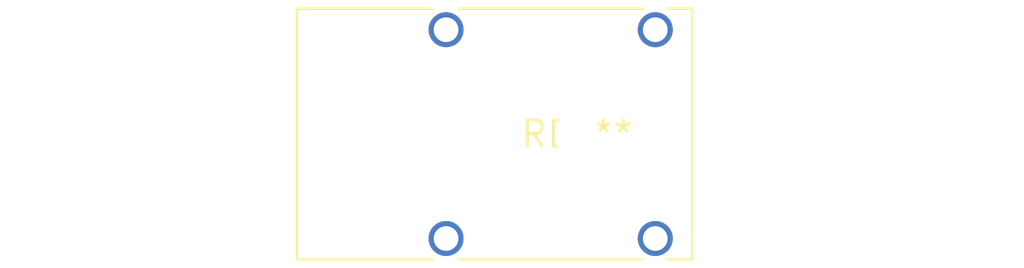
<source format=kicad_pcb>
(kicad_pcb (version 20240108) (generator pcbnew)
  (layers (0 "F.Cu" signal) (31 "B.Cu" signal) (34 "B.Paste" user) (35 "F.Paste" user) (36 "B.SilkS" user "B.Silkscreen") (37 "F.SilkS" user "F.Silkscreen") (38 "B.Mask" user) (39 "F.Mask" user) (44 "Edge.Cuts" user))
  (net 0 "")
  (footprint "Banana_Cliff_FCR7350Y_S16N-PC_Horizontal" (layer "F.Cu") (at 0 0)
    (property "Reference" "REF**")
    (property "Value" "Banana_Cliff_FCR7350Y_S16N-PC_Horizontal")
    (fp_line (start -13.6 -6.1) (end -13.6 6.1) (layer "F.SilkS") (stroke (width 0.12)))
    (fp_line (start -13.6 6.1) (end -7 6.1) (layer "F.SilkS") (stroke (width 0.12)))
    (fp_line (start -7 -6.1) (end -13.6 -6.1) (layer "F.SilkS") (stroke (width 0.12)))
    (fp_line (start -5.7 6.1) (end 3.2 6.1) (layer "F.SilkS") (stroke (width 0.12)))
    (fp_line (start 3.2 -6.1) (end -5.7 -6.1) (layer "F.SilkS") (stroke (width 0.12)))
    (fp_line (start 4.4 6.1) (end 5.6 6.1) (layer "F.SilkS") (stroke (width 0.12)))
    (fp_line (start 5.6 -6.1) (end 4.4 -6.1) (layer "F.SilkS") (stroke (width 0.12)))
    (fp_line (start 5.6 6.1) (end 5.6 -6.1) (layer "F.SilkS") (stroke (width 0.12)))
    (pad "" np_thru_hole circle (at -6.36 -5.08) (size 1.7 1.7) (drill 1.2) (layers F&B.Cu *.Mask))
    (pad "" np_thru_hole circle (at -6.36 5.08) (size 1.7 1.7) (drill 1.2) (layers F&B.Cu *.Mask))
    (pad "" np_thru_hole circle (at 3.8 -5.08) (size 1.7 1.7) (drill 1.2) (layers F&B.Cu *.Mask))
    (pad "" np_thru_hole circle (at 3.8 5.08) (size 1.7 1.7) (drill 1.2) (layers F&B.Cu *.Mask))
    (pad "1" thru_hole circle (at 0 0) (size 3.5 3.5) (drill 2.2) (layers *.Cu *.Mask) (remove_unused_layers))
  )
)
</source>
